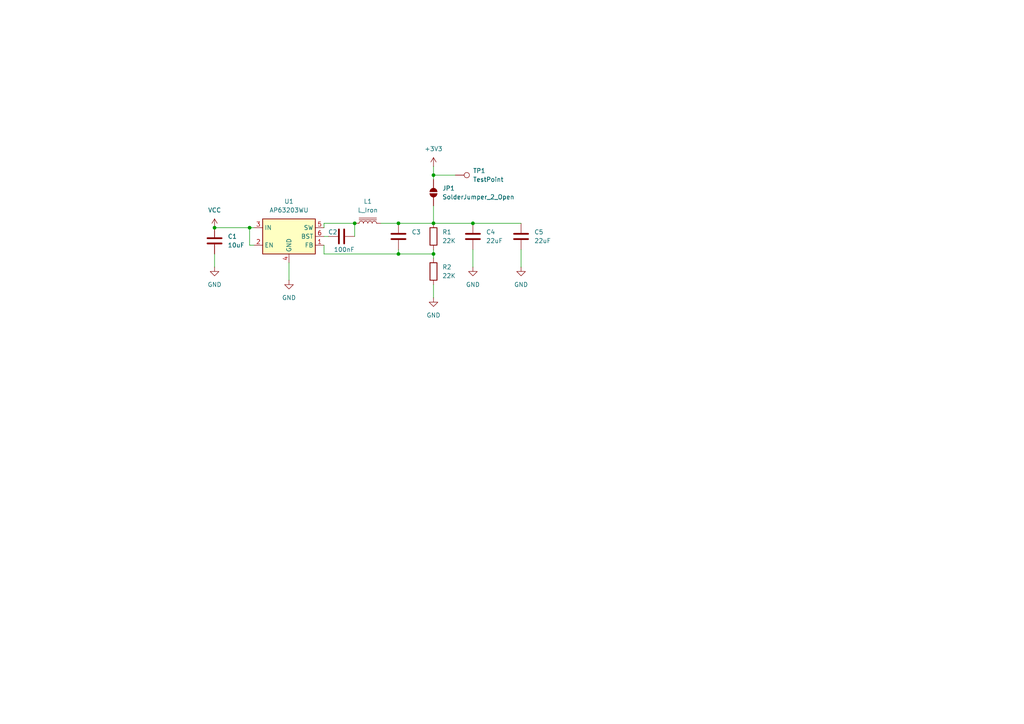
<source format=kicad_sch>
(kicad_sch (version 20250114) (generator "eeschema") (generator_version "9.0")
  (paper "A4")
  (lib_symbols
    (symbol "Connector:TestPoint" (pin_numbers (hide yes)) (pin_names (offset 0.762) (hide yes))
      (property "Reference" "TP" (at 0 6.858 0))
      (property "Value" "TestPoint" (at 0 5.08 0))
      (symbol "TestPoint_0_1"
        (circle (center 0 3.302) (radius 0.762))
      )
      (symbol "TestPoint_1_1"
        (pin passive line (at 0 0 90) (length 2.54) (name "1") (number "1"))
      )
    )
    (symbol "Device:L_Iron" (pin_numbers (hide yes)) (pin_names (offset 1.016) (hide yes))
      (property "Reference" "L" (at -1.27 0 90))
      (property "Value" "L_Iron" (at 2.794 0 90))
      (symbol "L_Iron_0_1"
        (arc (start 0 2.54) (mid 0.6323 1.905) (end 0 1.27))
        (arc (start 0 1.27) (mid 0.6323 0.635) (end 0 0))
        (arc (start 0 0) (mid 0.6323 -0.635) (end 0 -1.27))
        (arc (start 0 -1.27) (mid 0.6323 -1.905) (end 0 -2.54))
        (polyline (pts (xy 1.016 2.54) (xy 1.016 -2.54)))
        (polyline (pts (xy 1.524 -2.54) (xy 1.524 2.54)))
      )
      (symbol "L_Iron_1_1"
        (pin passive line (at 0 3.81 270) (length 1.27) (name "1") (number "1"))
        (pin passive line (at 0 -3.81 90) (length 1.27) (name "2") (number "2"))
      )
    )
    (symbol "Jumper:SolderJumper_2_Open" (pin_numbers (hide yes)) (pin_names (offset 0) (hide yes)) (exclude_from_sim yes) (in_bom no)
      (property "Reference" "JP" (at 0 2.032 0))
      (property "Value" "SolderJumper_2_Open" (at 0 -2.54 0))
      (symbol "SolderJumper_2_Open_0_1"
        (polyline (pts (xy -0.254 1.016) (xy -0.254 -1.016)))
        (arc (start -0.254 -1.016) (mid -1.2656 0) (end -0.254 1.016))
        (arc (start -0.254 -1.016) (mid -1.2656 0) (end -0.254 1.016) (fill (type outline)))
        (arc (start 0.254 1.016) (mid 1.2656 0) (end 0.254 -1.016))
        (arc (start 0.254 1.016) (mid 1.2656 0) (end 0.254 -1.016) (fill (type outline)))
        (polyline (pts (xy 0.254 1.016) (xy 0.254 -1.016)))
      )
      (symbol "SolderJumper_2_Open_1_1"
        (pin passive line (at -3.81 0 0) (length 2.54) (name "A") (number "1"))
        (pin passive line (at 3.81 0 180) (length 2.54) (name "B") (number "2"))
      )
    )
    (symbol "PCM_Capacitor_AKL:C_0603" (pin_numbers (hide yes)) (pin_names (offset 0.254))
      (property "Reference" "C" (at 0.635 2.54 0))
      (property "Value" "C_0603" (at 0.635 -2.54 0))
      (symbol "C_0603_0_1"
        (polyline (pts (xy -2.032 0.762) (xy 2.032 0.762)) (stroke (width 0.508)))
        (polyline (pts (xy -2.032 -0.762) (xy 2.032 -0.762)) (stroke (width 0.508)))
      )
      (symbol "C_0603_0_2"
        (polyline (pts (xy -2.54 -2.54) (xy -0.381 -0.381)))
        (polyline (pts (xy -0.508 -0.508) (xy -1.651 0.635)) (stroke (width 0.508)))
        (polyline (pts (xy -0.508 -0.508) (xy 0.635 -1.651)) (stroke (width 0.508)))
        (polyline (pts (xy 0.381 0.381) (xy 2.54 2.54)))
        (polyline (pts (xy 0.508 0.508) (xy -0.635 1.651)) (stroke (width 0.508)))
        (polyline (pts (xy 0.508 0.508) (xy 1.651 -0.635)) (stroke (width 0.508)))
      )
      (symbol "C_0603_1_1"
        (pin passive line (at 0 3.81 270) (length 2.794) (name "~") (number "1"))
        (pin passive line (at 0 -3.81 90) (length 2.794) (name "~") (number "2"))
      )
      (symbol "C_0603_1_2"
        (pin passive line (at -2.54 -2.54 90) (length 0) (name "~") (number "2"))
        (pin passive line (at 2.54 2.54 270) (length 0) (name "~") (number "1"))
      )
    )
    (symbol "PCM_Resistor_AKL:R_0603" (pin_numbers (hide yes)) (pin_names (offset 0))
      (property "Reference" "R" (at 2.54 1.27 0))
      (property "Value" "R_0603" (at 2.54 -1.27 0))
      (symbol "R_0603_0_1"
        (rectangle (start -1.016 2.54) (end 1.016 -2.54) (stroke (width 0.254)))
      )
      (symbol "R_0603_0_2"
        (polyline (pts (xy -2.54 -2.54) (xy -1.524 -1.524)))
        (polyline (pts (xy 1.524 1.524) (xy 2.54 2.54)))
        (polyline (pts (xy 1.524 1.524) (xy 0.889 2.159) (xy -2.159 -0.889) (xy -0.889 -2.159) (xy 2.159 0.889) (xy 1.524 1.524)) (stroke (width 0.254)))
      )
      (symbol "R_0603_1_1"
        (pin passive line (at 0 3.81 270) (length 1.27) (name "~") (number "1"))
        (pin passive line (at 0 -3.81 90) (length 1.27) (name "~") (number "2"))
      )
      (symbol "R_0603_1_2"
        (pin passive line (at -2.54 -2.54 0) (length 0) (name "") (number "2"))
        (pin passive line (at 2.54 2.54 180) (length 0) (name "") (number "1"))
      )
    )
    (symbol "Regulator_Switching:AP63203WU"
      (property "Reference" "U" (at -7.62 6.35 0))
      (property "Value" "AP63203WU" (at 2.54 6.35 0))
      (symbol "AP63203WU_0_1"
        (rectangle (start -7.62 5.08) (end 7.62 -5.08) (stroke (width 0.254)) (fill (type background)))
      )
      (symbol "AP63203WU_1_1"
        (pin power_in line (at -10.16 2.54 0) (length 2.54) (name "IN") (number "3"))
        (pin input line (at -10.16 -2.54 0) (length 2.54) (name "EN") (number "2"))
        (pin power_in line (at 0 -7.62 90) (length 2.54) (name "GND") (number "4"))
        (pin output line (at 10.16 2.54 180) (length 2.54) (name "SW") (number "5"))
        (pin passive line (at 10.16 0 180) (length 2.54) (name "BST") (number "6"))
        (pin input line (at 10.16 -2.54 180) (length 2.54) (name "FB") (number "1"))
      )
    )
    (symbol "power:+3V3" (power) (pin_numbers (hide yes)) (pin_names (offset 0) (hide yes))
      (property "Value" "+3V3" (at 0 3.556 0))
      (symbol "+3V3_0_1"
        (polyline (pts (xy -0.762 1.27) (xy 0 2.54)))
        (polyline (pts (xy 0 2.54) (xy 0.762 1.27)))
        (polyline (pts (xy 0 0) (xy 0 2.54)))
      )
      (symbol "+3V3_1_1"
        (pin power_in line (at 0 0 90) (length 0) (name "~") (number "1"))
      )
    )
    (symbol "power:GND" (power) (pin_numbers (hide yes)) (pin_names (offset 0) (hide yes))
      (property "Value" "GND" (at 0 -3.81 0))
      (symbol "GND_0_1"
        (polyline (pts (xy 0 0) (xy 0 -1.27) (xy 1.27 -1.27) (xy 0 -2.54) (xy -1.27 -1.27) (xy 0 -1.27)))
      )
      (symbol "GND_1_1"
        (pin power_in line (at 0 0 270) (length 0) (name "~") (number "1"))
      )
    )
    (symbol "power:VCC" (power) (pin_numbers (hide yes)) (pin_names (offset 0) (hide yes))
      (property "Value" "VCC" (at 0 3.556 0))
      (symbol "VCC_0_1"
        (polyline (pts (xy -0.762 1.27) (xy 0 2.54)))
        (polyline (pts (xy 0 2.54) (xy 0.762 1.27)))
        (polyline (pts (xy 0 0) (xy 0 2.54)))
      )
      (symbol "VCC_1_1"
        (pin power_in line (at 0 0 90) (length 0) (name "~") (number "1"))
      )
    )
  )
  (junction (at 102.87 64.77))
  (junction (at 125.73 73.66))
  (junction (at 72.39 66.04))
  (junction (at 137.16 64.77))
  (junction (at 115.57 64.77))
  (junction (at 62.23 66.04))
  (junction (at 125.73 64.77))
  (junction (at 125.73 50.8))
  (junction (at 115.57 73.66))
  (wire (pts (xy 73.66 66.04) (xy 72.39 66.04)))
  (wire (pts (xy 93.98 73.66) (xy 93.98 71.12)))
  (wire (pts (xy 115.57 73.66) (xy 125.73 73.66)))
  (wire (pts (xy 132.08 50.8) (xy 125.73 50.8)))
  (wire (pts (xy 137.16 72.39) (xy 137.16 77.47)))
  (wire (pts (xy 125.73 50.8) (xy 125.73 48.26)))
  (wire (pts (xy 125.73 86.36) (xy 125.73 82.55)))
  (wire (pts (xy 62.23 77.47) (xy 62.23 73.66)))
  (wire (pts (xy 137.16 64.77) (xy 151.13 64.77)))
  (wire (pts (xy 110.49 64.77) (xy 115.57 64.77)))
  (wire (pts (xy 125.73 73.66) (xy 125.73 72.39)))
  (wire (pts (xy 93.98 73.66) (xy 115.57 73.66)))
  (wire (pts (xy 115.57 64.77) (xy 125.73 64.77)))
  (wire (pts (xy 62.23 66.04) (xy 72.39 66.04)))
  (wire (pts (xy 125.73 59.69) (xy 125.73 64.77)))
  (wire (pts (xy 115.57 72.39) (xy 115.57 73.66)))
  (wire (pts (xy 83.82 81.28) (xy 83.82 76.2)))
  (wire (pts (xy 73.66 71.12) (xy 72.39 71.12)))
  (wire (pts (xy 151.13 72.39) (xy 151.13 77.47)))
  (wire (pts (xy 72.39 71.12) (xy 72.39 66.04)))
  (wire (pts (xy 93.98 68.58) (xy 95.25 68.58)))
  (wire (pts (xy 125.73 64.77) (xy 137.16 64.77)))
  (wire (pts (xy 102.87 64.77) (xy 102.87 68.58)))
  (wire (pts (xy 125.73 74.93) (xy 125.73 73.66)))
  (wire (pts (xy 93.98 64.77) (xy 102.87 64.77)))
  (wire (pts (xy 125.73 52.07) (xy 125.73 50.8)))
  (wire (pts (xy 93.98 64.77) (xy 93.98 66.04)))
  (symbol (lib_id "PCM_Capacitor_AKL:C_0603") (at 115.57 68.58 0) (unit 1)
    (property "Reference" "C3" (at 119.38 67.3099 0) (effects (justify left)))
    (property "Value" "C_0603" (effects (hide yes)))
    (property "Footprint" "PCM_Capacitor_SMD_AKL:C_0603_1608Metric" (effects (hide yes)))
    (property "Description" "SMD 0603 MLCC capacitor, Alternate KiCad Library" (effects (hide yes)))
  )
  (symbol (lib_id "Device:L_Iron") (at 106.68 64.77 90) (unit 1)
    (property "Reference" "L1" (at 106.68 58.42 90))
    (property "Value" "L_Iron" (at 106.68 60.96 90))
    (property "Footprint" "Inductor_SMD:L_0201_0603Metric_Pad0.64x0.40mm_HandSolder" (effects (hide yes)))
    (property "Description" "Inductor with iron core" (effects (hide yes)))
  )
  (symbol (lib_id "PCM_Resistor_AKL:R_0603") (at 125.73 68.58 0) (unit 1)
    (property "Reference" "R1" (at 128.27 67.3099 0) (effects (justify left)))
    (property "Value" "22K" (at 128.27 69.8499 0) (effects (justify left)))
    (property "Footprint" "PCM_Resistor_SMD_AKL:R_0603_1608Metric" (effects (hide yes)))
    (property "Description" "SMD 0603 Chip Resistor, European Symbol, Alternate KiCad Library" (effects (hide yes)))
    (property "PART NUMBERT" "RC0603FR-0722KL" (effects (hide yes)))
  )
  (symbol (lib_id "power:+3V3") (at 125.73 48.26 0) (unit 1)
    (property "Reference" "#PWR06" (effects (hide yes)))
    (property "Value" "+3V3" (at 125.73 43.18 0))
    (property "Description" "Power symbol creates a global label with name \"+3V3\"" (effects (hide yes)))
  )
  (symbol (lib_id "power:GND") (at 62.23 77.47 0) (unit 1)
    (property "Reference" "#PWR05" (effects (hide yes)))
    (property "Value" "GND" (at 62.23 82.55 0))
    (property "Description" "Power symbol creates a global label with name \"GND\" , ground" (effects (hide yes)))
  )
  (symbol (lib_id "PCM_Capacitor_AKL:C_0603") (at 151.13 68.58 0) (unit 1)
    (property "Reference" "C5" (at 154.94 67.3099 0) (effects (justify left)))
    (property "Value" "22uF" (at 154.94 69.8499 0) (effects (justify left)))
    (property "Footprint" "PCM_Capacitor_SMD_AKL:C_0603_1608Metric" (effects (hide yes)))
    (property "Description" "SMD 0603 MLCC capacitor, Alternate KiCad Library" (effects (hide yes)))
    (property "PART NUMBERT" "MSASL21GBC6226MTNA01" (effects (hide yes)))
  )
  (symbol (lib_id "power:GND") (at 125.73 86.36 0) (unit 1)
    (property "Reference" "#PWR02" (effects (hide yes)))
    (property "Value" "GND" (at 125.73 91.44 0))
    (property "Description" "Power symbol creates a global label with name \"GND\" , ground" (effects (hide yes)))
  )
  (symbol (lib_id "PCM_Resistor_AKL:R_0603") (at 125.73 78.74 0) (unit 1)
    (property "Reference" "R2" (at 128.27 77.4699 0) (effects (justify left)))
    (property "Value" "22K" (at 128.27 80.0099 0) (effects (justify left)))
    (property "Footprint" "PCM_Resistor_SMD_AKL:R_0603_1608Metric" (effects (hide yes)))
    (property "Description" "SMD 0603 Chip Resistor, European Symbol, Alternate KiCad Library" (effects (hide yes)))
    (property "PART NUMBERT" "RC0603FR-0722KL" (effects (hide yes)))
  )
  (symbol (lib_id "PCM_Capacitor_AKL:C_0603") (at 99.06 68.58 90) (unit 1)
    (property "Reference" "C2" (at 96.52 67.31 90))
    (property "Value" "100nF" (at 102.87 72.39 90) (effects (justify left)))
    (property "Footprint" "PCM_Capacitor_SMD_AKL:C_0603_1608Metric" (effects (hide yes)))
    (property "Description" "SMD 0603 MLCC capacitor, Alternate KiCad Library" (effects (hide yes)))
  )
  (symbol (lib_id "Connector:TestPoint") (at 132.08 50.8 270) (unit 1)
    (property "Reference" "TP1" (at 137.16 49.5299 90) (effects (justify left)))
    (property "Value" "TestPoint" (at 137.16 52.0699 90) (effects (justify left)))
    (property "Footprint" "TestPoint:TestPoint_THTPad_1.0x1.0mm_Drill0.5mm" (effects (hide yes)))
    (property "Description" "test point" (effects (hide yes)))
  )
  (symbol (lib_id "power:VCC") (at 62.23 66.04 0) (unit 1)
    (property "Reference" "#PWR07" (effects (hide yes)))
    (property "Value" "VCC" (at 62.23 60.96 0))
    (property "Description" "Power symbol creates a global label with name \"VCC\"" (effects (hide yes)))
  )
  (symbol (lib_id "power:GND") (at 83.82 81.28 0) (unit 1)
    (property "Reference" "#PWR04" (effects (hide yes)))
    (property "Value" "GND" (at 83.82 86.36 0))
    (property "Description" "Power symbol creates a global label with name \"GND\" , ground" (effects (hide yes)))
  )
  (symbol (lib_id "Regulator_Switching:AP63203WU") (at 83.82 68.58 0) (unit 1)
    (property "Reference" "U1" (at 83.82 58.42 0))
    (property "Value" "AP63203WU" (at 83.82 60.96 0))
    (property "Footprint" "Package_TO_SOT_SMD:TSOT-23-6" (effects (hide yes)))
    (property "Datasheet" "https://www.diodes.com/assets/Datasheets/AP63200-AP63201-AP63203-AP63205.pdf" (effects (hide yes)))
    (property "Description" "2A, 1.1MHz Buck DC/DC Converter, fixed 3.3V output voltage, TSOT-23-6" (effects (hide yes)))
    (property "PART NUMBERT" "AP63203WU-7" (effects (hide yes)))
  )
  (symbol (lib_id "power:GND") (at 137.16 77.47 0) (unit 1)
    (property "Reference" "#PWR03" (effects (hide yes)))
    (property "Value" "GND" (at 137.16 82.55 0))
    (property "Description" "Power symbol creates a global label with name \"GND\" , ground" (effects (hide yes)))
  )
  (symbol (lib_id "PCM_Capacitor_AKL:C_0603") (at 137.16 68.58 0) (unit 1)
    (property "Reference" "C4" (at 140.97 67.3099 0) (effects (justify left)))
    (property "Value" "22uF" (at 140.97 69.8499 0) (effects (justify left)))
    (property "Footprint" "PCM_Capacitor_SMD_AKL:C_0603_1608Metric" (effects (hide yes)))
    (property "Description" "SMD 0603 MLCC capacitor, Alternate KiCad Library" (effects (hide yes)))
    (property "PART NUMBERT" "MSASL21GBC6226MTNA01" (effects (hide yes)))
  )
  (symbol (lib_id "power:GND") (at 151.13 77.47 0) (unit 1)
    (property "Reference" "#PWR01" (effects (hide yes)))
    (property "Value" "GND" (at 151.13 82.55 0))
    (property "Description" "Power symbol creates a global label with name \"GND\" , ground" (effects (hide yes)))
  )
  (symbol (lib_id "PCM_Capacitor_AKL:C_0603") (at 62.23 69.85 0) (unit 1)
    (property "Reference" "C1" (at 66.04 68.5799 0) (effects (justify left)))
    (property "Value" "10uF" (at 66.04 71.1199 0) (effects (justify left)))
    (property "Footprint" "PCM_Capacitor_SMD_AKL:C_0603_1608Metric" (effects (hide yes)))
    (property "Description" "SMD 0603 MLCC capacitor, Alternate KiCad Library" (effects (hide yes)))
  )
  (symbol (lib_id "Jumper:SolderJumper_2_Open") (at 125.73 55.88 90) (unit 1) (in_bom no)
    (property "Reference" "JP1" (at 128.27 54.6099 90) (effects (justify right)))
    (property "Value" "SolderJumper_2_Open" (at 128.27 57.1499 90) (effects (justify right)))
    (property "Footprint" "Jumper:SolderJumper-2_P1.3mm_Open_RoundedPad1.0x1.5mm" (effects (hide yes)))
    (property "Description" "Solder Jumper, 2-pole, open" (effects (hide yes)))
  )
)
</source>
